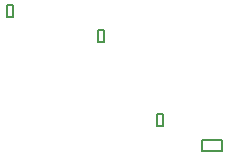
<source format=gbr>
%TF.GenerationSoftware,Altium Limited,Altium Designer,24.2.2 (26)*%
G04 Layer_Color=16711935*
%FSLAX45Y45*%
%MOMM*%
%TF.SameCoordinates,979FBE80-878B-4EC3-91C7-7055811A0E5A*%
%TF.FilePolarity,Positive*%
%TF.FileFunction,Other,Top_3D_Body*%
%TF.Part,Single*%
G01*
G75*
%TA.AperFunction,NonConductor*%
%ADD51C,0.20000*%
D51*
X16121780Y5081355D02*
X16171780D01*
Y5181355D01*
X16121780D02*
X16171780D01*
X16121780Y5081355D02*
Y5181355D01*
X16995160Y4158740D02*
Y4253740D01*
Y4158740D02*
X17170160D01*
Y4253740D01*
X16995160D02*
X17170160D01*
X15344540Y5296700D02*
X15394540D01*
Y5396700D01*
X15344540D02*
X15394540D01*
X15344540Y5296700D02*
Y5396700D01*
X16617120Y4367100D02*
X16672121D01*
Y4472100D01*
X16617120D02*
X16672121D01*
X16617120Y4367100D02*
Y4472100D01*
%TF.MD5,8afe41a32b8acb09dc19e4282d6b2e67*%
M02*

</source>
